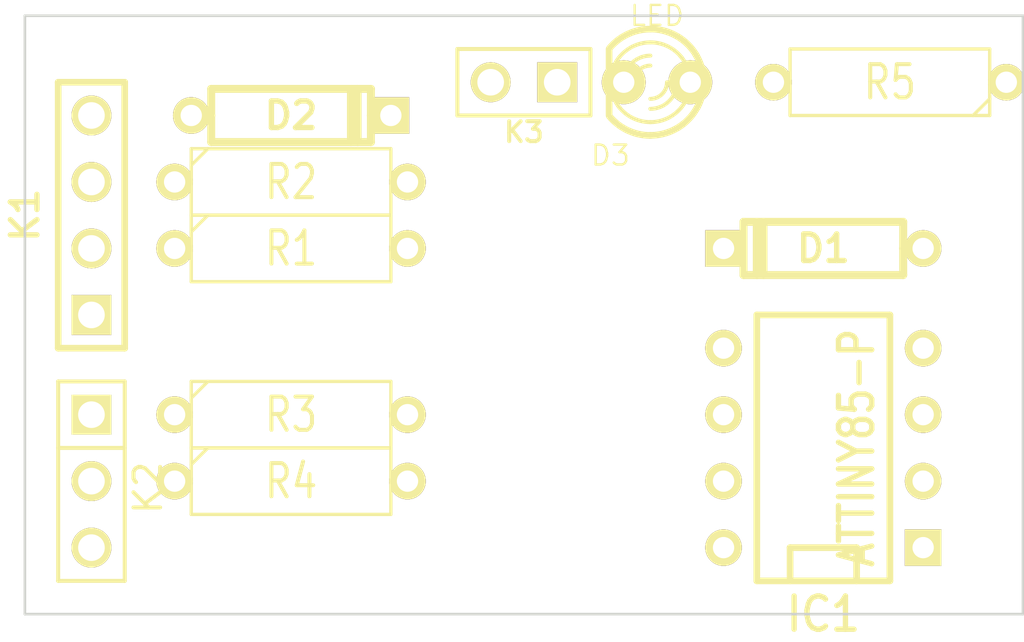
<source format=kicad_pcb>
(kicad_pcb (version 3) (host pcbnew "(2013-05-16 BZR 4016)-stable")

  (general
    (links 21)
    (no_connects 21)
    (area 39.37 36.83 78.74 62.23)
    (thickness 1.6)
    (drawings 4)
    (tracks 0)
    (zones 0)
    (modules 12)
    (nets 12)
  )

  (page A4)
  (title_block 
    (title LogStick)
  )

  (layers
    (15 Dessus.Cu signal)
    (0 Dessous.Cu signal)
    (16 Dessous.Adhes user)
    (17 Dessus.Adhes user)
    (18 Dessous.Pate user)
    (19 Dessus.Pate user)
    (20 Dessous.SilkS user)
    (21 Dessus.SilkS user)
    (22 Dessous.Masque user)
    (23 Dessus.Masque user)
    (24 Dessin.User user)
    (25 Cmts.User user)
    (26 Eco1.User user)
    (27 Eco2.User user)
    (28 Contours.Ci user)
  )

  (setup
    (last_trace_width 0.254)
    (trace_clearance 0.254)
    (zone_clearance 0.508)
    (zone_45_only no)
    (trace_min 0.254)
    (segment_width 0.2)
    (edge_width 0.1)
    (via_size 0.889)
    (via_drill 0.635)
    (via_min_size 0.889)
    (via_min_drill 0.508)
    (uvia_size 0.508)
    (uvia_drill 0.127)
    (uvias_allowed yes)
    (uvia_min_size 0.508)
    (uvia_min_drill 0.127)
    (pcb_text_width 0.3)
    (pcb_text_size 1.5 1.5)
    (mod_edge_width 0.15)
    (mod_text_size 1 1)
    (mod_text_width 0.15)
    (pad_size 1.5 1.5)
    (pad_drill 0.6)
    (pad_to_mask_clearance 0)
    (aux_axis_origin 40.64 38.1)
    (visible_elements 7FFFFFFF)
    (pcbplotparams
      (layerselection 3178497)
      (usegerberextensions true)
      (excludeedgelayer true)
      (linewidth 0.150000)
      (plotframeref false)
      (viasonmask false)
      (mode 1)
      (useauxorigin false)
      (hpglpennumber 1)
      (hpglpenspeed 20)
      (hpglpendiameter 15)
      (hpglpenoverlay 2)
      (psnegative false)
      (psa4output false)
      (plotreference true)
      (plotvalue true)
      (plotothertext true)
      (plotinvisibletext false)
      (padsonsilk false)
      (subtractmaskfromsilk false)
      (outputformat 1)
      (mirror false)
      (drillshape 1)
      (scaleselection 1)
      (outputdirectory ""))
  )

  (net 0 "")
  (net 1 +5V)
  (net 2 GND)
  (net 3 N-000001)
  (net 4 N-0000010)
  (net 5 N-0000011)
  (net 6 N-0000012)
  (net 7 N-000002)
  (net 8 N-000003)
  (net 9 N-000004)
  (net 10 N-000008)
  (net 11 N-000009)

  (net_class Default "Ceci est la Netclass par défaut"
    (clearance 0.254)
    (trace_width 0.254)
    (via_dia 0.889)
    (via_drill 0.635)
    (uvia_dia 0.508)
    (uvia_drill 0.127)
    (add_net "")
    (add_net +5V)
    (add_net GND)
    (add_net N-000001)
    (add_net N-0000010)
    (add_net N-0000011)
    (add_net N-0000012)
    (add_net N-000002)
    (add_net N-000003)
    (add_net N-000004)
    (add_net N-000008)
    (add_net N-000009)
  )

  (module R3-5 (layer Dessus.Cu) (tedit 3F979F9F) (tstamp 519BBC95)
    (at 50.8 46.99)
    (path /519BAD11)
    (fp_text reference R1 (at 0 0) (layer Dessus.SilkS)
      (effects (font (size 1.27 1.016) (thickness 0.1524)))
    )
    (fp_text value 68R (at 0 0) (layer Dessus.SilkS) hide
      (effects (font (size 1.27 1.016) (thickness 0.1524)))
    )
    (fp_line (start -3.81 -0.635) (end -3.81 1.27) (layer Dessus.SilkS) (width 0.127))
    (fp_line (start -3.81 1.27) (end 3.81 1.27) (layer Dessus.SilkS) (width 0.127))
    (fp_line (start 3.81 1.27) (end 3.81 -1.27) (layer Dessus.SilkS) (width 0.127))
    (fp_line (start 3.81 -1.27) (end -3.81 -1.27) (layer Dessus.SilkS) (width 0.127))
    (fp_line (start -3.81 -1.27) (end -3.81 -0.635) (layer Dessus.SilkS) (width 0.127))
    (fp_line (start -4.445 0) (end -3.81 0) (layer Dessus.SilkS) (width 0.127))
    (fp_line (start 3.81 0) (end 4.445 0) (layer Dessus.SilkS) (width 0.127))
    (fp_line (start -3.81 -0.635) (end -3.175 -1.27) (layer Dessus.SilkS) (width 0.127))
    (pad 1 thru_hole circle (at -4.445 0) (size 1.397 1.397) (drill 0.8128)
      (layers *.Cu *.Mask Dessus.SilkS)
      (net 11 N-000009)
    )
    (pad 2 thru_hole circle (at 4.445 0) (size 1.397 1.397) (drill 0.8128)
      (layers *.Cu *.Mask Dessus.SilkS)
      (net 6 N-0000012)
    )
    (model discret/resistor.wrl
      (at (xyz 0 0 0))
      (scale (xyz 0.35 0.35 0.3))
      (rotate (xyz 0 0 0))
    )
  )

  (module R3-5 (layer Dessus.Cu) (tedit 3F979F9F) (tstamp 519BBCA3)
    (at 50.8 44.45)
    (path /519BAD67)
    (fp_text reference R2 (at 0 0) (layer Dessus.SilkS)
      (effects (font (size 1.27 1.016) (thickness 0.1524)))
    )
    (fp_text value 68R (at 0 0) (layer Dessus.SilkS) hide
      (effects (font (size 1.27 1.016) (thickness 0.1524)))
    )
    (fp_line (start -3.81 -0.635) (end -3.81 1.27) (layer Dessus.SilkS) (width 0.127))
    (fp_line (start -3.81 1.27) (end 3.81 1.27) (layer Dessus.SilkS) (width 0.127))
    (fp_line (start 3.81 1.27) (end 3.81 -1.27) (layer Dessus.SilkS) (width 0.127))
    (fp_line (start 3.81 -1.27) (end -3.81 -1.27) (layer Dessus.SilkS) (width 0.127))
    (fp_line (start -3.81 -1.27) (end -3.81 -0.635) (layer Dessus.SilkS) (width 0.127))
    (fp_line (start -4.445 0) (end -3.81 0) (layer Dessus.SilkS) (width 0.127))
    (fp_line (start 3.81 0) (end 4.445 0) (layer Dessus.SilkS) (width 0.127))
    (fp_line (start -3.81 -0.635) (end -3.175 -1.27) (layer Dessus.SilkS) (width 0.127))
    (pad 1 thru_hole circle (at -4.445 0) (size 1.397 1.397) (drill 0.8128)
      (layers *.Cu *.Mask Dessus.SilkS)
      (net 5 N-0000011)
    )
    (pad 2 thru_hole circle (at 4.445 0) (size 1.397 1.397) (drill 0.8128)
      (layers *.Cu *.Mask Dessus.SilkS)
      (net 4 N-0000010)
    )
    (model discret/resistor.wrl
      (at (xyz 0 0 0))
      (scale (xyz 0.35 0.35 0.3))
      (rotate (xyz 0 0 0))
    )
  )

  (module R3-5 (layer Dessus.Cu) (tedit 3F979F9F) (tstamp 519BBCB1)
    (at 50.8 53.34)
    (path /519BAD76)
    (fp_text reference R3 (at 0 0) (layer Dessus.SilkS)
      (effects (font (size 1.27 1.016) (thickness 0.1524)))
    )
    (fp_text value 1k5 (at 0 0) (layer Dessus.SilkS) hide
      (effects (font (size 1.27 1.016) (thickness 0.1524)))
    )
    (fp_line (start -3.81 -0.635) (end -3.81 1.27) (layer Dessus.SilkS) (width 0.127))
    (fp_line (start -3.81 1.27) (end 3.81 1.27) (layer Dessus.SilkS) (width 0.127))
    (fp_line (start 3.81 1.27) (end 3.81 -1.27) (layer Dessus.SilkS) (width 0.127))
    (fp_line (start 3.81 -1.27) (end -3.81 -1.27) (layer Dessus.SilkS) (width 0.127))
    (fp_line (start -3.81 -1.27) (end -3.81 -0.635) (layer Dessus.SilkS) (width 0.127))
    (fp_line (start -4.445 0) (end -3.81 0) (layer Dessus.SilkS) (width 0.127))
    (fp_line (start 3.81 0) (end 4.445 0) (layer Dessus.SilkS) (width 0.127))
    (fp_line (start -3.81 -0.635) (end -3.175 -1.27) (layer Dessus.SilkS) (width 0.127))
    (pad 1 thru_hole circle (at -4.445 0) (size 1.397 1.397) (drill 0.8128)
      (layers *.Cu *.Mask Dessus.SilkS)
      (net 1 +5V)
    )
    (pad 2 thru_hole circle (at 4.445 0) (size 1.397 1.397) (drill 0.8128)
      (layers *.Cu *.Mask Dessus.SilkS)
      (net 6 N-0000012)
    )
    (model discret/resistor.wrl
      (at (xyz 0 0 0))
      (scale (xyz 0.35 0.35 0.3))
      (rotate (xyz 0 0 0))
    )
  )

  (module R3-5 (layer Dessus.Cu) (tedit 3F979F9F) (tstamp 519BCBAD)
    (at 50.8 55.88)
    (path /519BAF01)
    (fp_text reference R4 (at 0 0) (layer Dessus.SilkS)
      (effects (font (size 1.27 1.016) (thickness 0.1524)))
    )
    (fp_text value 68R (at 0 0) (layer Dessus.SilkS) hide
      (effects (font (size 1.27 1.016) (thickness 0.1524)))
    )
    (fp_line (start -3.81 -0.635) (end -3.81 1.27) (layer Dessus.SilkS) (width 0.127))
    (fp_line (start -3.81 1.27) (end 3.81 1.27) (layer Dessus.SilkS) (width 0.127))
    (fp_line (start 3.81 1.27) (end 3.81 -1.27) (layer Dessus.SilkS) (width 0.127))
    (fp_line (start 3.81 -1.27) (end -3.81 -1.27) (layer Dessus.SilkS) (width 0.127))
    (fp_line (start -3.81 -1.27) (end -3.81 -0.635) (layer Dessus.SilkS) (width 0.127))
    (fp_line (start -4.445 0) (end -3.81 0) (layer Dessus.SilkS) (width 0.127))
    (fp_line (start 3.81 0) (end 4.445 0) (layer Dessus.SilkS) (width 0.127))
    (fp_line (start -3.81 -0.635) (end -3.175 -1.27) (layer Dessus.SilkS) (width 0.127))
    (pad 1 thru_hole circle (at -4.445 0) (size 1.397 1.397) (drill 0.8128)
      (layers *.Cu *.Mask Dessus.SilkS)
      (net 9 N-000004)
    )
    (pad 2 thru_hole circle (at 4.445 0) (size 1.397 1.397) (drill 0.8128)
      (layers *.Cu *.Mask Dessus.SilkS)
      (net 8 N-000003)
    )
    (model discret/resistor.wrl
      (at (xyz 0 0 0))
      (scale (xyz 0.35 0.35 0.3))
      (rotate (xyz 0 0 0))
    )
  )

  (module R3-5 (layer Dessus.Cu) (tedit 3F979F9F) (tstamp 519BBCCD)
    (at 73.66 40.64 180)
    (path /519BB0A3)
    (fp_text reference R5 (at 0 0 180) (layer Dessus.SilkS)
      (effects (font (size 1.27 1.016) (thickness 0.1524)))
    )
    (fp_text value 220R (at 0 0 180) (layer Dessus.SilkS) hide
      (effects (font (size 1.27 1.016) (thickness 0.1524)))
    )
    (fp_line (start -3.81 -0.635) (end -3.81 1.27) (layer Dessus.SilkS) (width 0.127))
    (fp_line (start -3.81 1.27) (end 3.81 1.27) (layer Dessus.SilkS) (width 0.127))
    (fp_line (start 3.81 1.27) (end 3.81 -1.27) (layer Dessus.SilkS) (width 0.127))
    (fp_line (start 3.81 -1.27) (end -3.81 -1.27) (layer Dessus.SilkS) (width 0.127))
    (fp_line (start -3.81 -1.27) (end -3.81 -0.635) (layer Dessus.SilkS) (width 0.127))
    (fp_line (start -4.445 0) (end -3.81 0) (layer Dessus.SilkS) (width 0.127))
    (fp_line (start 3.81 0) (end 4.445 0) (layer Dessus.SilkS) (width 0.127))
    (fp_line (start -3.81 -0.635) (end -3.175 -1.27) (layer Dessus.SilkS) (width 0.127))
    (pad 1 thru_hole circle (at -4.445 0 180) (size 1.397 1.397) (drill 0.8128)
      (layers *.Cu *.Mask Dessus.SilkS)
      (net 10 N-000008)
    )
    (pad 2 thru_hole circle (at 4.445 0 180) (size 1.397 1.397) (drill 0.8128)
      (layers *.Cu *.Mask Dessus.SilkS)
      (net 7 N-000002)
    )
    (model discret/resistor.wrl
      (at (xyz 0 0 0))
      (scale (xyz 0.35 0.35 0.3))
      (rotate (xyz 0 0 0))
    )
  )

  (module LED-3MM (layer Dessus.Cu) (tedit 50ADE848) (tstamp 519BBCE6)
    (at 64.77 40.64 180)
    (descr "LED 3mm - Lead pitch 100mil (2,54mm)")
    (tags "LED led 3mm 3MM 100mil 2,54mm")
    (path /519BB08A)
    (fp_text reference D3 (at 1.778 -2.794 180) (layer Dessus.SilkS)
      (effects (font (size 0.762 0.762) (thickness 0.0889)))
    )
    (fp_text value LED (at 0 2.54 180) (layer Dessus.SilkS)
      (effects (font (size 0.762 0.762) (thickness 0.0889)))
    )
    (fp_line (start 1.8288 1.27) (end 1.8288 -1.27) (layer Dessus.SilkS) (width 0.254))
    (fp_arc (start 0.254 0) (end -1.27 0) (angle 39.8) (layer Dessus.SilkS) (width 0.1524))
    (fp_arc (start 0.254 0) (end -0.88392 1.01092) (angle 41.6) (layer Dessus.SilkS) (width 0.1524))
    (fp_arc (start 0.254 0) (end 1.4097 -0.9906) (angle 40.6) (layer Dessus.SilkS) (width 0.1524))
    (fp_arc (start 0.254 0) (end 1.778 0) (angle 39.8) (layer Dessus.SilkS) (width 0.1524))
    (fp_arc (start 0.254 0) (end 0.254 -1.524) (angle 54.4) (layer Dessus.SilkS) (width 0.1524))
    (fp_arc (start 0.254 0) (end -0.9652 -0.9144) (angle 53.1) (layer Dessus.SilkS) (width 0.1524))
    (fp_arc (start 0.254 0) (end 1.45542 0.93472) (angle 52.1) (layer Dessus.SilkS) (width 0.1524))
    (fp_arc (start 0.254 0) (end 0.254 1.524) (angle 52.1) (layer Dessus.SilkS) (width 0.1524))
    (fp_arc (start 0.254 0) (end -0.381 0) (angle 90) (layer Dessus.SilkS) (width 0.1524))
    (fp_arc (start 0.254 0) (end -0.762 0) (angle 90) (layer Dessus.SilkS) (width 0.1524))
    (fp_arc (start 0.254 0) (end 0.889 0) (angle 90) (layer Dessus.SilkS) (width 0.1524))
    (fp_arc (start 0.254 0) (end 1.27 0) (angle 90) (layer Dessus.SilkS) (width 0.1524))
    (fp_arc (start 0.254 0) (end 0.254 -2.032) (angle 50.1) (layer Dessus.SilkS) (width 0.254))
    (fp_arc (start 0.254 0) (end -1.5367 -0.95504) (angle 61.9) (layer Dessus.SilkS) (width 0.254))
    (fp_arc (start 0.254 0) (end 1.8034 1.31064) (angle 49.7) (layer Dessus.SilkS) (width 0.254))
    (fp_arc (start 0.254 0) (end 0.254 2.032) (angle 60.2) (layer Dessus.SilkS) (width 0.254))
    (fp_arc (start 0.254 0) (end -1.778 0) (angle 28.3) (layer Dessus.SilkS) (width 0.254))
    (fp_arc (start 0.254 0) (end -1.47574 1.06426) (angle 31.6) (layer Dessus.SilkS) (width 0.254))
    (pad 1 thru_hole circle (at -1.27 0 180) (size 1.6764 1.6764) (drill 0.8128)
      (layers *.Cu *.Mask Dessus.SilkS)
      (net 7 N-000002)
    )
    (pad 2 thru_hole circle (at 1.27 0 180) (size 1.6764 1.6764) (drill 0.8128)
      (layers *.Cu *.Mask Dessus.SilkS)
      (net 2 GND)
    )
    (model discret/leds/led3_vertical_verde.wrl
      (at (xyz 0 0 0))
      (scale (xyz 1 1 1))
      (rotate (xyz 0 0 0))
    )
  )

  (module D3 (layer Dessus.Cu) (tedit 519BCFFE) (tstamp 519BBCF6)
    (at 71.12 46.99 180)
    (descr "Diode 3 pas")
    (tags "DIODE DEV")
    (path /519BAD9D)
    (fp_text reference D1 (at 0 0 180) (layer Dessus.SilkS)
      (effects (font (size 1.016 1.016) (thickness 0.2032)))
    )
    (fp_text value 3,6V (at -1.27 0 180) (layer Dessus.SilkS) hide
      (effects (font (size 1.016 1.016) (thickness 0.2032)))
    )
    (fp_line (start 3.81 0) (end 3.048 0) (layer Dessus.SilkS) (width 0.3048))
    (fp_line (start 3.048 0) (end 3.048 -1.016) (layer Dessus.SilkS) (width 0.3048))
    (fp_line (start 3.048 -1.016) (end -3.048 -1.016) (layer Dessus.SilkS) (width 0.3048))
    (fp_line (start -3.048 -1.016) (end -3.048 0) (layer Dessus.SilkS) (width 0.3048))
    (fp_line (start -3.048 0) (end -3.81 0) (layer Dessus.SilkS) (width 0.3048))
    (fp_line (start -3.048 0) (end -3.048 1.016) (layer Dessus.SilkS) (width 0.3048))
    (fp_line (start -3.048 1.016) (end 3.048 1.016) (layer Dessus.SilkS) (width 0.3048))
    (fp_line (start 3.048 1.016) (end 3.048 0) (layer Dessus.SilkS) (width 0.3048))
    (fp_line (start 2.54 -1.016) (end 2.54 1.016) (layer Dessus.SilkS) (width 0.3048))
    (fp_line (start 2.286 1.016) (end 2.286 -1.016) (layer Dessus.SilkS) (width 0.3048))
    (pad 2 thru_hole rect (at 3.81 0 180) (size 1.397 1.397) (drill 0.8128)
      (layers *.Cu *.Mask Dessus.SilkS)
      (net 6 N-0000012)
    )
    (pad 1 thru_hole circle (at -3.81 0 180) (size 1.397 1.397) (drill 0.8128)
      (layers *.Cu *.Mask Dessus.SilkS)
      (net 2 GND)
    )
    (model discret/diode.wrl
      (at (xyz 0 0 0))
      (scale (xyz 0.3 0.3 0.3))
      (rotate (xyz 0 0 0))
    )
  )

  (module D3 (layer Dessus.Cu) (tedit 519BCBB0) (tstamp 519BBD06)
    (at 50.8 41.91)
    (descr "Diode 3 pas")
    (tags "DIODE DEV")
    (path /519BADAC)
    (fp_text reference D2 (at 0 0) (layer Dessus.SilkS)
      (effects (font (size 1.016 1.016) (thickness 0.2032)))
    )
    (fp_text value 3,6V (at 0 0) (layer Dessus.SilkS) hide
      (effects (font (size 1.016 1.016) (thickness 0.2032)))
    )
    (fp_line (start 3.81 0) (end 3.048 0) (layer Dessus.SilkS) (width 0.3048))
    (fp_line (start 3.048 0) (end 3.048 -1.016) (layer Dessus.SilkS) (width 0.3048))
    (fp_line (start 3.048 -1.016) (end -3.048 -1.016) (layer Dessus.SilkS) (width 0.3048))
    (fp_line (start -3.048 -1.016) (end -3.048 0) (layer Dessus.SilkS) (width 0.3048))
    (fp_line (start -3.048 0) (end -3.81 0) (layer Dessus.SilkS) (width 0.3048))
    (fp_line (start -3.048 0) (end -3.048 1.016) (layer Dessus.SilkS) (width 0.3048))
    (fp_line (start -3.048 1.016) (end 3.048 1.016) (layer Dessus.SilkS) (width 0.3048))
    (fp_line (start 3.048 1.016) (end 3.048 0) (layer Dessus.SilkS) (width 0.3048))
    (fp_line (start 2.54 -1.016) (end 2.54 1.016) (layer Dessus.SilkS) (width 0.3048))
    (fp_line (start 2.286 1.016) (end 2.286 -1.016) (layer Dessus.SilkS) (width 0.3048))
    (pad 2 thru_hole rect (at 3.81 0) (size 1.397 1.397) (drill 0.8128)
      (layers *.Cu *.Mask Dessus.SilkS)
      (net 4 N-0000010)
    )
    (pad 1 thru_hole circle (at -3.81 0) (size 1.397 1.397) (drill 0.8128)
      (layers *.Cu *.Mask Dessus.SilkS)
      (net 2 GND)
    )
    (model discret/diode.wrl
      (at (xyz 0 0 0))
      (scale (xyz 0.3 0.3 0.3))
      (rotate (xyz 0 0 0))
    )
  )

  (module DIP-8__300 (layer Dessus.Cu) (tedit 519BC2CB) (tstamp 519BBD3D)
    (at 71.12 54.61 90)
    (descr "8 pins DIL package, round pads")
    (tags DIL)
    (path /519BABEE)
    (fp_text reference IC1 (at -6.35 0 180) (layer Dessus.SilkS)
      (effects (font (size 1.27 1.143) (thickness 0.2032)))
    )
    (fp_text value ATTINY85-P (at 0 1.27 90) (layer Dessus.SilkS)
      (effects (font (size 1.27 1.016) (thickness 0.2032)))
    )
    (fp_line (start -5.08 -1.27) (end -3.81 -1.27) (layer Dessus.SilkS) (width 0.254))
    (fp_line (start -3.81 -1.27) (end -3.81 1.27) (layer Dessus.SilkS) (width 0.254))
    (fp_line (start -3.81 1.27) (end -5.08 1.27) (layer Dessus.SilkS) (width 0.254))
    (fp_line (start -5.08 -2.54) (end 5.08 -2.54) (layer Dessus.SilkS) (width 0.254))
    (fp_line (start 5.08 -2.54) (end 5.08 2.54) (layer Dessus.SilkS) (width 0.254))
    (fp_line (start 5.08 2.54) (end -5.08 2.54) (layer Dessus.SilkS) (width 0.254))
    (fp_line (start -5.08 2.54) (end -5.08 -2.54) (layer Dessus.SilkS) (width 0.254))
    (pad 1 thru_hole rect (at -3.81 3.81 90) (size 1.397 1.397) (drill 0.8128)
      (layers *.Cu *.Mask Dessus.SilkS)
    )
    (pad 2 thru_hole circle (at -1.27 3.81 90) (size 1.397 1.397) (drill 0.8128)
      (layers *.Cu *.Mask Dessus.SilkS)
      (net 8 N-000003)
    )
    (pad 3 thru_hole circle (at 1.27 3.81 90) (size 1.397 1.397) (drill 0.8128)
      (layers *.Cu *.Mask Dessus.SilkS)
      (net 10 N-000008)
    )
    (pad 4 thru_hole circle (at 3.81 3.81 90) (size 1.397 1.397) (drill 0.8128)
      (layers *.Cu *.Mask Dessus.SilkS)
      (net 2 GND)
    )
    (pad 5 thru_hole circle (at 3.81 -3.81 90) (size 1.397 1.397) (drill 0.8128)
      (layers *.Cu *.Mask Dessus.SilkS)
      (net 6 N-0000012)
    )
    (pad 6 thru_hole circle (at 1.27 -3.81 90) (size 1.397 1.397) (drill 0.8128)
      (layers *.Cu *.Mask Dessus.SilkS)
      (net 3 N-000001)
    )
    (pad 7 thru_hole circle (at -1.27 -3.81 90) (size 1.397 1.397) (drill 0.8128)
      (layers *.Cu *.Mask Dessus.SilkS)
      (net 4 N-0000010)
    )
    (pad 8 thru_hole circle (at -3.81 -3.81 90) (size 1.397 1.397) (drill 0.8128)
      (layers *.Cu *.Mask Dessus.SilkS)
      (net 1 +5V)
    )
    (model dil/dil_8.wrl
      (at (xyz 0 0 0))
      (scale (xyz 1 1 1))
      (rotate (xyz 0 0 0))
    )
  )

  (module PIN_ARRAY_4x1 (layer Dessus.Cu) (tedit 4C10F42E) (tstamp 519BBD13)
    (at 43.18 45.72 90)
    (descr "Double rangee de contacts 2 x 5 pins")
    (tags CONN)
    (path /519BADEC)
    (fp_text reference K1 (at 0 -2.54 90) (layer Dessus.SilkS)
      (effects (font (size 1.016 1.016) (thickness 0.2032)))
    )
    (fp_text value USB (at 0 2.54 90) (layer Dessus.SilkS) hide
      (effects (font (size 1.016 1.016) (thickness 0.2032)))
    )
    (fp_line (start 5.08 1.27) (end -5.08 1.27) (layer Dessus.SilkS) (width 0.254))
    (fp_line (start 5.08 -1.27) (end -5.08 -1.27) (layer Dessus.SilkS) (width 0.254))
    (fp_line (start -5.08 -1.27) (end -5.08 1.27) (layer Dessus.SilkS) (width 0.254))
    (fp_line (start 5.08 1.27) (end 5.08 -1.27) (layer Dessus.SilkS) (width 0.254))
    (pad 1 thru_hole rect (at -3.81 0 90) (size 1.524 1.524) (drill 1.016)
      (layers *.Cu *.Mask Dessus.SilkS)
      (net 1 +5V)
    )
    (pad 2 thru_hole circle (at -1.27 0 90) (size 1.524 1.524) (drill 1.016)
      (layers *.Cu *.Mask Dessus.SilkS)
      (net 11 N-000009)
    )
    (pad 3 thru_hole circle (at 1.27 0 90) (size 1.524 1.524) (drill 1.016)
      (layers *.Cu *.Mask Dessus.SilkS)
      (net 5 N-0000011)
    )
    (pad 4 thru_hole circle (at 3.81 0 90) (size 1.524 1.524) (drill 1.016)
      (layers *.Cu *.Mask Dessus.SilkS)
      (net 2 GND)
    )
    (model pin_array\pins_array_4x1.wrl
      (at (xyz 0 0 0))
      (scale (xyz 1 1 1))
      (rotate (xyz 0 0 0))
    )
  )

  (module PIN_ARRAY_3X1 (layer Dessus.Cu) (tedit 4C1130E0) (tstamp 519BBD1F)
    (at 43.18 55.88 270)
    (descr "Connecteur 3 pins")
    (tags "CONN DEV")
    (path /519BAE03)
    (fp_text reference K2 (at 0.254 -2.159 270) (layer Dessus.SilkS)
      (effects (font (size 1.016 1.016) (thickness 0.1524)))
    )
    (fp_text value DHT44 (at 0 -2.159 270) (layer Dessus.SilkS) hide
      (effects (font (size 1.016 1.016) (thickness 0.1524)))
    )
    (fp_line (start -3.81 1.27) (end -3.81 -1.27) (layer Dessus.SilkS) (width 0.1524))
    (fp_line (start -3.81 -1.27) (end 3.81 -1.27) (layer Dessus.SilkS) (width 0.1524))
    (fp_line (start 3.81 -1.27) (end 3.81 1.27) (layer Dessus.SilkS) (width 0.1524))
    (fp_line (start 3.81 1.27) (end -3.81 1.27) (layer Dessus.SilkS) (width 0.1524))
    (fp_line (start -1.27 -1.27) (end -1.27 1.27) (layer Dessus.SilkS) (width 0.1524))
    (pad 1 thru_hole rect (at -2.54 0 270) (size 1.524 1.524) (drill 1.016)
      (layers *.Cu *.Mask Dessus.SilkS)
      (net 1 +5V)
    )
    (pad 2 thru_hole circle (at 0 0 270) (size 1.524 1.524) (drill 1.016)
      (layers *.Cu *.Mask Dessus.SilkS)
      (net 9 N-000004)
    )
    (pad 3 thru_hole circle (at 2.54 0 270) (size 1.524 1.524) (drill 1.016)
      (layers *.Cu *.Mask Dessus.SilkS)
      (net 2 GND)
    )
    (model pin_array/pins_array_3x1.wrl
      (at (xyz 0 0 0))
      (scale (xyz 1 1 1))
      (rotate (xyz 0 0 0))
    )
  )

  (module PIN_ARRAY_2X1 (layer Dessus.Cu) (tedit 4565C520) (tstamp 519BBD2A)
    (at 59.69 40.64 180)
    (descr "Connecteurs 2 pins")
    (tags "CONN DEV")
    (path /519BB00E)
    (fp_text reference K3 (at 0 -1.905 180) (layer Dessus.SilkS)
      (effects (font (size 0.762 0.762) (thickness 0.1524)))
    )
    (fp_text value SWITCH (at 0 -1.905 180) (layer Dessus.SilkS) hide
      (effects (font (size 0.762 0.762) (thickness 0.1524)))
    )
    (fp_line (start -2.54 1.27) (end -2.54 -1.27) (layer Dessus.SilkS) (width 0.1524))
    (fp_line (start -2.54 -1.27) (end 2.54 -1.27) (layer Dessus.SilkS) (width 0.1524))
    (fp_line (start 2.54 -1.27) (end 2.54 1.27) (layer Dessus.SilkS) (width 0.1524))
    (fp_line (start 2.54 1.27) (end -2.54 1.27) (layer Dessus.SilkS) (width 0.1524))
    (pad 1 thru_hole rect (at -1.27 0 180) (size 1.524 1.524) (drill 1.016)
      (layers *.Cu *.Mask Dessus.SilkS)
      (net 2 GND)
    )
    (pad 2 thru_hole circle (at 1.27 0 180) (size 1.524 1.524) (drill 1.016)
      (layers *.Cu *.Mask Dessus.SilkS)
      (net 3 N-000001)
    )
    (model pin_array/pins_array_2x1.wrl
      (at (xyz 0 0 0))
      (scale (xyz 1 1 1))
      (rotate (xyz 0 0 0))
    )
  )

  (gr_line (start 40.64 60.96) (end 40.64 38.1) (angle 90) (layer Contours.Ci) (width 0.1))
  (gr_line (start 78.74 60.96) (end 40.64 60.96) (angle 90) (layer Contours.Ci) (width 0.1))
  (gr_line (start 78.74 38.1) (end 78.74 60.96) (angle 90) (layer Contours.Ci) (width 0.1))
  (gr_line (start 40.64 38.1) (end 78.74 38.1) (angle 90) (layer Contours.Ci) (width 0.1))

  (zone (net 0) (net_name "") (layer Dessous.Cu) (tstamp 519BCF28) (hatch full 0.508)
    (connect_pads (clearance 0.508))
    (min_thickness 0.254)
    (keepout (tracks not_allowed) (vias allowed) (copperpour allowed))
    (fill (arc_segments 16) (thermal_gap 0.508) (thermal_bridge_width 0.508))
    (polygon
      (pts
        (xy 63.5 53.34) (xy 57.15 53.34) (xy 57.15 46.99) (xy 63.5 46.99)
      )
    )
  )
)

</source>
